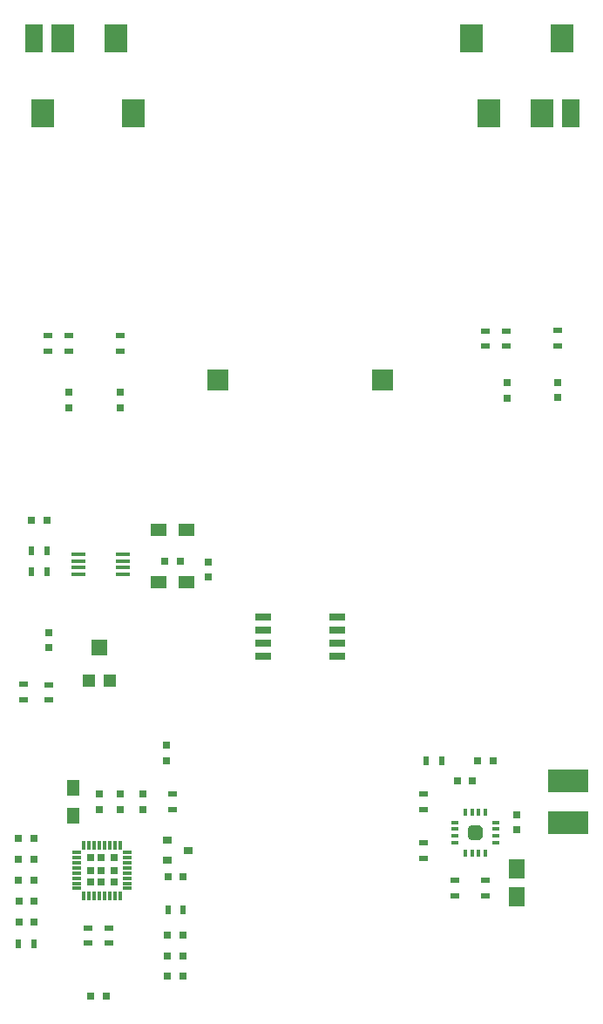
<source format=gtp>
G04 #@! TF.GenerationSoftware,KiCad,Pcbnew,(5.1.2)-2*
G04 #@! TF.CreationDate,2019-11-23T11:04:55-05:00*
G04 #@! TF.ProjectId,tdm_mainboard,74646d5f-6d61-4696-9e62-6f6172642e6b,rev?*
G04 #@! TF.SameCoordinates,Original*
G04 #@! TF.FileFunction,Paste,Top*
G04 #@! TF.FilePolarity,Positive*
%FSLAX46Y46*%
G04 Gerber Fmt 4.6, Leading zero omitted, Abs format (unit mm)*
G04 Created by KiCad (PCBNEW (5.1.2)-2) date 2019-11-23 11:04:55*
%MOMM*%
%LPD*%
G04 APERTURE LIST*
%ADD10R,1.200000X1.200000*%
%ADD11R,1.600000X1.500000*%
%ADD12R,0.720000X0.720000*%
%ADD13R,0.850000X0.300000*%
%ADD14R,0.300000X0.850000*%
%ADD15R,0.900000X0.800000*%
%ADD16R,0.800000X0.350000*%
%ADD17R,0.350000X0.800000*%
%ADD18C,0.100000*%
%ADD19C,1.400000*%
%ADD20R,1.500000X1.950000*%
%ADD21R,0.800000X0.750000*%
%ADD22R,0.750000X0.800000*%
%ADD23R,0.900000X0.500000*%
%ADD24R,0.500000X0.900000*%
%ADD25R,1.650000X0.650000*%
%ADD26R,1.300000X1.500000*%
%ADD27R,1.500000X1.300000*%
%ADD28R,2.200000X2.700000*%
%ADD29R,1.800000X2.700000*%
%ADD30R,4.000000X2.300000*%
%ADD31R,2.000000X2.000000*%
%ADD32R,1.400000X0.450000*%
G04 APERTURE END LIST*
D10*
X31480000Y-84250000D03*
D11*
X30480000Y-81000000D03*
D10*
X29480000Y-84250000D03*
D12*
X29594000Y-101412000D03*
X29594000Y-103825000D03*
X29594000Y-102682000D03*
X30610000Y-101412000D03*
X30610000Y-103825000D03*
X30610000Y-102682000D03*
X31880000Y-103825000D03*
X31880000Y-102682000D03*
X31880000Y-101412000D03*
D13*
X33187000Y-100932000D03*
X33187000Y-101432000D03*
X33187000Y-101932000D03*
X33187000Y-102432000D03*
X33187000Y-102932000D03*
X33187000Y-103432000D03*
X33187000Y-103932000D03*
X33187000Y-104432000D03*
D14*
X32487000Y-105132000D03*
X31987000Y-105132000D03*
X31487000Y-105132000D03*
X30987000Y-105132000D03*
X30487000Y-105132000D03*
X29987000Y-105132000D03*
X29487000Y-105132000D03*
X28987000Y-105132000D03*
D13*
X28287000Y-104432000D03*
X28287000Y-103932000D03*
X28287000Y-103432000D03*
X28287000Y-102932000D03*
X28287000Y-102432000D03*
X28287000Y-101932000D03*
X28287000Y-101432000D03*
X28287000Y-100932000D03*
D14*
X28987000Y-100232000D03*
X29487000Y-100232000D03*
X29987000Y-100232000D03*
X30487000Y-100232000D03*
X30987000Y-100232000D03*
X31487000Y-100232000D03*
X31987000Y-100232000D03*
X32487000Y-100232000D03*
D15*
X37100000Y-99761000D03*
X37100000Y-101661000D03*
X39100000Y-100711000D03*
D16*
X69000000Y-99975000D03*
X69000000Y-99325000D03*
X69000000Y-98675000D03*
X69000000Y-98025000D03*
D17*
X67975000Y-97000000D03*
X67325000Y-97000000D03*
X66675000Y-97000000D03*
X66025000Y-97000000D03*
D16*
X65000000Y-98025000D03*
X65000000Y-98675000D03*
X65000000Y-99325000D03*
X65000000Y-99975000D03*
D17*
X66025000Y-101000000D03*
X66675000Y-101000000D03*
X67325000Y-101000000D03*
X67975000Y-101000000D03*
D18*
G36*
X67384306Y-98301685D02*
G01*
X67418282Y-98306725D01*
X67451600Y-98315071D01*
X67483939Y-98326642D01*
X67514989Y-98341328D01*
X67544450Y-98358986D01*
X67572038Y-98379446D01*
X67597487Y-98402513D01*
X67620554Y-98427962D01*
X67641014Y-98455550D01*
X67658672Y-98485011D01*
X67673358Y-98516061D01*
X67684929Y-98548400D01*
X67693275Y-98581718D01*
X67698315Y-98615694D01*
X67700000Y-98650000D01*
X67700000Y-99350000D01*
X67698315Y-99384306D01*
X67693275Y-99418282D01*
X67684929Y-99451600D01*
X67673358Y-99483939D01*
X67658672Y-99514989D01*
X67641014Y-99544450D01*
X67620554Y-99572038D01*
X67597487Y-99597487D01*
X67572038Y-99620554D01*
X67544450Y-99641014D01*
X67514989Y-99658672D01*
X67483939Y-99673358D01*
X67451600Y-99684929D01*
X67418282Y-99693275D01*
X67384306Y-99698315D01*
X67350000Y-99700000D01*
X66650000Y-99700000D01*
X66615694Y-99698315D01*
X66581718Y-99693275D01*
X66548400Y-99684929D01*
X66516061Y-99673358D01*
X66485011Y-99658672D01*
X66455550Y-99641014D01*
X66427962Y-99620554D01*
X66402513Y-99597487D01*
X66379446Y-99572038D01*
X66358986Y-99544450D01*
X66341328Y-99514989D01*
X66326642Y-99483939D01*
X66315071Y-99451600D01*
X66306725Y-99418282D01*
X66301685Y-99384306D01*
X66300000Y-99350000D01*
X66300000Y-98650000D01*
X66301685Y-98615694D01*
X66306725Y-98581718D01*
X66315071Y-98548400D01*
X66326642Y-98516061D01*
X66341328Y-98485011D01*
X66358986Y-98455550D01*
X66379446Y-98427962D01*
X66402513Y-98402513D01*
X66427962Y-98379446D01*
X66455550Y-98358986D01*
X66485011Y-98341328D01*
X66516061Y-98326642D01*
X66548400Y-98315071D01*
X66581718Y-98306725D01*
X66615694Y-98301685D01*
X66650000Y-98300000D01*
X67350000Y-98300000D01*
X67384306Y-98301685D01*
X67384306Y-98301685D01*
G37*
D19*
X67000000Y-99000000D03*
D20*
X70993000Y-102511000D03*
X70993000Y-105261000D03*
D21*
X38614001Y-110968000D03*
X37114001Y-110968000D03*
X38614000Y-112968000D03*
X37114000Y-112968000D03*
X38614000Y-108968000D03*
X37114000Y-108968000D03*
D22*
X37000000Y-90500000D03*
X37000000Y-92000000D03*
D21*
X38643000Y-103298000D03*
X37143000Y-103298000D03*
D22*
X32527000Y-95261000D03*
X32527000Y-96761000D03*
X30495000Y-95261000D03*
X30495000Y-96761000D03*
D21*
X31150000Y-114855000D03*
X29650000Y-114855000D03*
X22665000Y-107682000D03*
X24165000Y-107682000D03*
X22618000Y-103632000D03*
X24118000Y-103632000D03*
X22618000Y-101555000D03*
X24118000Y-101555000D03*
X22618000Y-99555000D03*
X24118000Y-99555000D03*
D23*
X25500000Y-50750000D03*
X25500000Y-52250000D03*
X68000000Y-50250000D03*
X68000000Y-51750000D03*
X32500000Y-50750000D03*
X32500000Y-52250000D03*
X75000000Y-50240000D03*
X75000000Y-51740000D03*
X27500000Y-50750000D03*
X27500000Y-52250000D03*
X70000000Y-50250000D03*
X70000000Y-51750000D03*
X65000000Y-103644000D03*
X65000000Y-105144000D03*
X68000000Y-105144000D03*
X68000000Y-103644000D03*
D24*
X63750000Y-92000000D03*
X62250000Y-92000000D03*
D23*
X62000000Y-101500000D03*
X62000000Y-100000000D03*
X62000000Y-96750000D03*
X62000000Y-95250000D03*
X25574000Y-84641000D03*
X25574000Y-86141000D03*
X23142000Y-84615000D03*
X23142000Y-86115000D03*
D24*
X22618000Y-109775000D03*
X24118000Y-109775000D03*
D23*
X31416000Y-108263000D03*
X31416000Y-109763000D03*
D24*
X38643000Y-106473000D03*
X37143000Y-106473000D03*
D23*
X37607000Y-95261000D03*
X37607000Y-96761000D03*
D24*
X25353000Y-73635000D03*
X23853000Y-73635000D03*
X25353000Y-71635000D03*
X23853000Y-71635000D03*
D23*
X29384000Y-108263000D03*
X29384000Y-109763000D03*
D22*
X32500000Y-56250000D03*
X32500000Y-57750000D03*
X75000000Y-55250000D03*
X75000000Y-56750000D03*
X27500000Y-56250000D03*
X27500000Y-57750000D03*
X70120000Y-55320000D03*
X70120000Y-56820000D03*
X71000000Y-97250000D03*
X71000000Y-98750000D03*
D21*
X66750000Y-94000000D03*
X65250000Y-94000000D03*
X68750000Y-92000000D03*
X67250000Y-92000000D03*
X22665000Y-105682000D03*
X24165000Y-105682000D03*
D22*
X41068000Y-72703000D03*
X41068000Y-74203000D03*
D21*
X38353000Y-72635000D03*
X36853000Y-72635000D03*
X25353000Y-68635000D03*
X23853000Y-68635000D03*
D22*
X34686000Y-95261000D03*
X34686000Y-96761000D03*
X25574000Y-81061000D03*
X25574000Y-79561000D03*
D25*
X46400000Y-81905000D03*
X46400000Y-80635000D03*
X46400000Y-79365000D03*
X46400000Y-78095000D03*
X53600000Y-78095000D03*
X53600000Y-79365000D03*
X53600000Y-80635000D03*
X53600000Y-81905000D03*
D26*
X27955000Y-94692999D03*
X27955000Y-97392999D03*
D27*
X36253000Y-69635000D03*
X38953000Y-69635000D03*
X36253000Y-74635000D03*
X38953000Y-74635000D03*
D28*
X26900000Y-21850000D03*
X32100000Y-21850000D03*
X25000000Y-29150000D03*
X33800000Y-29150000D03*
D29*
X24100000Y-21850000D03*
D28*
X73500000Y-29150000D03*
X68300000Y-29150000D03*
X75400000Y-21850000D03*
X66600000Y-21850000D03*
D29*
X76300000Y-29150000D03*
D30*
X76000000Y-98000000D03*
X76000000Y-94000000D03*
D31*
X58000000Y-55000000D03*
X42000000Y-55000000D03*
D32*
X32803000Y-71970000D03*
X32803000Y-72620000D03*
X32803000Y-73270000D03*
X32803000Y-73920000D03*
X28403000Y-73920000D03*
X28403000Y-73270000D03*
X28403000Y-72620000D03*
X28403000Y-71970000D03*
M02*

</source>
